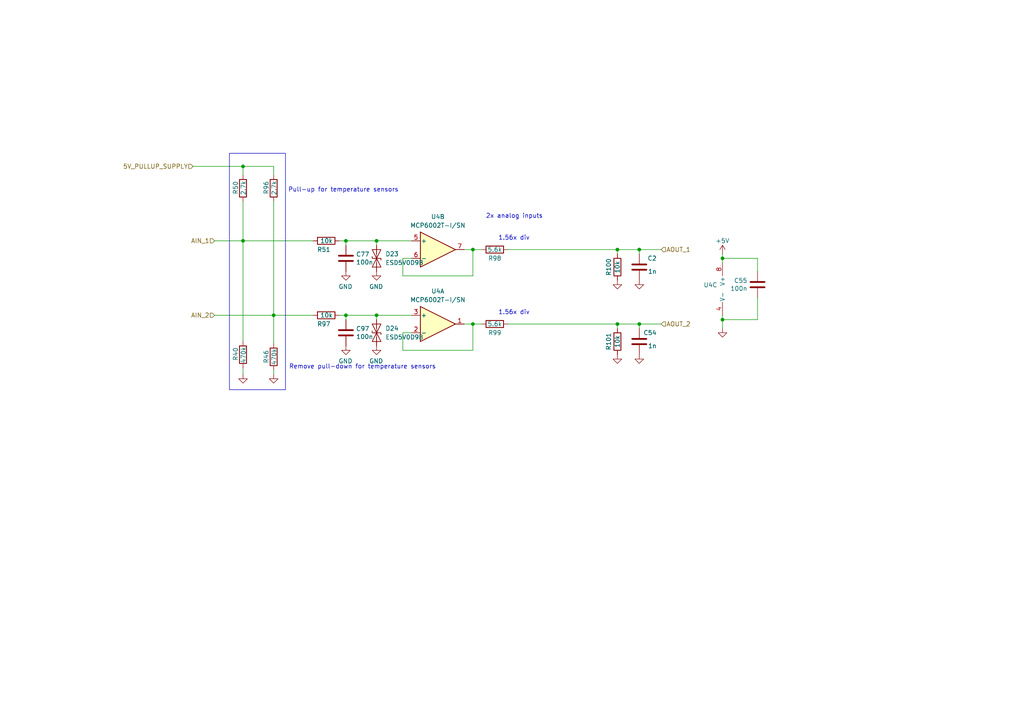
<source format=kicad_sch>
(kicad_sch (version 20230121) (generator eeschema)
  (paper "A4")
  (lib_symbols
    (symbol "+5V_1" (power) (pin_numbers hide) (pin_names (offset 0) hide)
      (property "Value" "+5V_1" (at 0 3.556 0))
      (symbol "+5V_1_0_1"
        (polyline (pts (xy -0.762 1.27) (xy 0 2.54)))
        (polyline (pts (xy 0 0) (xy 0 2.54)))
        (polyline (pts (xy 0 2.54) (xy 0.762 1.27)))
      )
      (symbol "+5V_1_1_1"
        (pin power_in line (at 0 0 90) (length 0) hide (name "+5V") (number "1"))
      )
    )
    (symbol "Amplifier_Operational:MCP6002-xSN" (pin_names (offset 0.127))
      (property "Reference" "U" (at 0 5.08 0))
      (property "Value" "MCP6002-xSN" (at 0 -5.08 0))
      (symbol "MCP6002-xSN_1_1"
        (polyline (pts (xy -5.08 5.08) (xy 5.08 0) (xy -5.08 -5.08) (xy -5.08 5.08)) (stroke (width 0.254)) (fill (type background)))
        (pin output line (at 7.62 0 180) (length 2.54) (name "~") (number "1"))
        (pin input line (at -7.62 -2.54 0) (length 2.54) (name "-") (number "2"))
        (pin input line (at -7.62 2.54 0) (length 2.54) (name "+") (number "3"))
      )
      (symbol "MCP6002-xSN_2_1"
        (polyline (pts (xy -5.08 5.08) (xy 5.08 0) (xy -5.08 -5.08) (xy -5.08 5.08)) (stroke (width 0.254)) (fill (type background)))
        (pin input line (at -7.62 2.54 0) (length 2.54) (name "+") (number "5"))
        (pin input line (at -7.62 -2.54 0) (length 2.54) (name "-") (number "6"))
        (pin output line (at 7.62 0 180) (length 2.54) (name "~") (number "7"))
      )
      (symbol "MCP6002-xSN_3_1"
        (pin power_in line (at -2.54 -7.62 90) (length 3.81) (name "V-") (number "4"))
        (pin power_in line (at -2.54 7.62 270) (length 3.81) (name "V+") (number "8"))
      )
    )
    (symbol "Device:C" (pin_numbers hide) (pin_names (offset 0.254))
      (property "Reference" "C" (at 0.635 2.54 0))
      (property "Value" "C" (at 0.635 -2.54 0))
      (symbol "C_0_1"
        (polyline (pts (xy -2.032 -0.762) (xy 2.032 -0.762)) (stroke (width 0.508)))
        (polyline (pts (xy -2.032 0.762) (xy 2.032 0.762)) (stroke (width 0.508)))
      )
      (symbol "C_1_1"
        (pin passive line (at 0 3.81 270) (length 2.794) (name "~") (number "1"))
        (pin passive line (at 0 -3.81 90) (length 2.794) (name "~") (number "2"))
      )
    )
    (symbol "Device:R" (pin_numbers hide) (pin_names (offset 0))
      (property "Reference" "R" (at 2.032 0 90))
      (property "Value" "R" (at 0 0 90))
      (symbol "R_0_1"
        (rectangle (start -1.016 -2.54) (end 1.016 2.54) (stroke (width 0.254)))
      )
      (symbol "R_1_1"
        (pin passive line (at 0 3.81 270) (length 1.27) (name "~") (number "1"))
        (pin passive line (at 0 -3.81 90) (length 1.27) (name "~") (number "2"))
      )
    )
    (symbol "Diode:ESD9B5.0ST5G" (pin_numbers hide) (pin_names (offset 1.016) hide)
      (property "Reference" "D" (at 0 2.54 0))
      (property "Value" "ESD9B5.0ST5G" (at 0 -2.54 0))
      (symbol "ESD9B5.0ST5G_0_1"
        (polyline (pts (xy 1.27 0) (xy -1.27 0)))
        (polyline (pts (xy -2.54 -1.27) (xy 0 0) (xy -2.54 1.27) (xy -2.54 -1.27)) (stroke (width 0.2032)))
        (polyline (pts (xy 0.508 1.27) (xy 0 1.27) (xy 0 -1.27) (xy -0.508 -1.27)) (stroke (width 0.2032)))
        (polyline (pts (xy 2.54 1.27) (xy 2.54 -1.27) (xy 0 0) (xy 2.54 1.27)) (stroke (width 0.2032)))
      )
      (symbol "ESD9B5.0ST5G_1_1"
        (pin passive line (at -3.81 0 0) (length 2.54) (name "A1") (number "1"))
        (pin passive line (at 3.81 0 180) (length 2.54) (name "A2") (number "2"))
      )
    )
    (symbol "GND_1" (power) (pin_numbers hide) (pin_names (offset 0) hide)
      (property "Value" "GND_1" (at 0 -3.81 0))
      (symbol "GND_1_0_1"
        (polyline (pts (xy 0 0) (xy 0 -1.27) (xy 1.27 -1.27) (xy 0 -2.54) (xy -1.27 -1.27) (xy 0 -1.27)))
      )
      (symbol "GND_1_1_1"
        (pin power_in line (at 0 0 270) (length 0) hide (name "GND") (number "1"))
      )
    )
    (symbol "GND_11" (power) (pin_numbers hide) (pin_names (offset 0) hide)
      (property "Value" "GND_11" (at 0 -3.81 0))
      (symbol "GND_11_0_1"
        (polyline (pts (xy 0 0) (xy 0 -1.27) (xy 1.27 -1.27) (xy 0 -2.54) (xy -1.27 -1.27) (xy 0 -1.27)))
      )
      (symbol "GND_11_1_1"
        (pin power_in line (at 0 0 270) (length 0) hide (name "GND") (number "1"))
      )
    )
    (symbol "GND_12" (power) (pin_numbers hide) (pin_names (offset 0) hide)
      (property "Value" "GND_12" (at 0 -3.81 0))
      (symbol "GND_12_0_1"
        (polyline (pts (xy 0 0) (xy 0 -1.27) (xy 1.27 -1.27) (xy 0 -2.54) (xy -1.27 -1.27) (xy 0 -1.27)))
      )
      (symbol "GND_12_1_1"
        (pin power_in line (at 0 0 270) (length 0) hide (name "GND") (number "1"))
      )
    )
    (symbol "GND_15" (power) (pin_numbers hide) (pin_names (offset 0) hide)
      (property "Value" "GND_15" (at 0 -3.81 0))
      (symbol "GND_15_0_1"
        (polyline (pts (xy 0 0) (xy 0 -1.27) (xy 1.27 -1.27) (xy 0 -2.54) (xy -1.27 -1.27) (xy 0 -1.27)))
      )
      (symbol "GND_15_1_1"
        (pin power_in line (at 0 0 270) (length 0) hide (name "GND") (number "1"))
      )
    )
    (symbol "GND_19" (power) (pin_numbers hide) (pin_names (offset 0) hide)
      (property "Value" "GND_19" (at 0 -3.81 0))
      (symbol "GND_19_0_1"
        (polyline (pts (xy 0 0) (xy 0 -1.27) (xy 1.27 -1.27) (xy 0 -2.54) (xy -1.27 -1.27) (xy 0 -1.27)))
      )
      (symbol "GND_19_1_1"
        (pin power_in line (at 0 0 270) (length 0) hide (name "GND") (number "1"))
      )
    )
    (symbol "GND_20" (power) (pin_numbers hide) (pin_names (offset 0) hide)
      (property "Value" "GND_20" (at 0 -3.81 0))
      (symbol "GND_20_0_1"
        (polyline (pts (xy 0 0) (xy 0 -1.27) (xy 1.27 -1.27) (xy 0 -2.54) (xy -1.27 -1.27) (xy 0 -1.27)))
      )
      (symbol "GND_20_1_1"
        (pin power_in line (at 0 0 270) (length 0) hide (name "GND") (number "1"))
      )
    )
    (symbol "GND_7" (power) (pin_numbers hide) (pin_names (offset 0) hide)
      (property "Value" "GND_7" (at 0 -3.81 0))
      (symbol "GND_7_0_1"
        (polyline (pts (xy 0 0) (xy 0 -1.27) (xy 1.27 -1.27) (xy 0 -2.54) (xy -1.27 -1.27) (xy 0 -1.27)))
      )
      (symbol "GND_7_1_1"
        (pin power_in line (at 0 0 270) (length 0) hide (name "GND") (number "1"))
      )
    )
  )
  (junction (at 209.55 92.71))
  (junction (at 209.55 74.93))
  (junction (at 185.42 93.98))
  (junction (at 185.42 72.39))
  (junction (at 137.16 72.39))
  (junction (at 100.33 91.44))
  (junction (at 179.07 72.39))
  (junction (at 179.07 93.98))
  (junction (at 109.22 69.85))
  (junction (at 70.485 48.26))
  (junction (at 100.33 69.85))
  (junction (at 109.22 91.44))
  (junction (at 79.375 91.44))
  (junction (at 137.16 93.98))
  (junction (at 70.485 69.85))
  (wire (pts (xy 179.07 93.98) (xy 185.42 93.98)))
  (wire (pts (xy 62.23 91.44) (xy 79.375 91.44)))
  (wire (pts (xy 219.71 92.71) (xy 219.71 86.36)))
  (wire (pts (xy 185.42 93.98) (xy 191.77 93.98)))
  (wire (pts (xy 109.22 91.44) (xy 119.38 91.44)))
  (wire (pts (xy 179.07 72.39) (xy 179.07 73.66)))
  (wire (pts (xy 109.22 69.85) (xy 119.38 69.85)))
  (wire (pts (xy 79.375 91.44) (xy 90.805 91.44)))
  (wire (pts (xy 209.55 74.93) (xy 209.55 76.2)))
  (wire (pts (xy 100.33 69.85) (xy 109.22 69.85)))
  (wire (pts (xy 79.375 48.26) (xy 70.485 48.26)))
  (wire (pts (xy 109.22 91.44) (xy 109.22 92.71)))
  (wire (pts (xy 209.55 74.93) (xy 219.71 74.93)))
  (wire (pts (xy 209.55 73.66) (xy 209.55 74.93)))
  (wire (pts (xy 70.485 58.42) (xy 70.485 69.85)))
  (wire (pts (xy 79.375 50.8) (xy 79.375 48.26)))
  (wire (pts (xy 98.425 91.44) (xy 100.33 91.44)))
  (wire (pts (xy 116.84 101.6) (xy 137.16 101.6)))
  (wire (pts (xy 209.55 92.71) (xy 209.55 91.44)))
  (wire (pts (xy 209.55 92.71) (xy 219.71 92.71)))
  (wire (pts (xy 98.425 69.85) (xy 100.33 69.85)))
  (wire (pts (xy 116.84 96.52) (xy 116.84 101.6)))
  (wire (pts (xy 179.07 93.98) (xy 179.07 95.25)))
  (wire (pts (xy 79.375 58.42) (xy 79.375 91.44)))
  (wire (pts (xy 109.22 69.85) (xy 109.22 71.12)))
  (wire (pts (xy 79.375 91.44) (xy 79.375 99.695)))
  (wire (pts (xy 185.42 93.98) (xy 185.42 95.25)))
  (wire (pts (xy 56.007 48.26) (xy 70.485 48.26)))
  (wire (pts (xy 137.16 93.98) (xy 139.7 93.98)))
  (wire (pts (xy 70.485 106.68) (xy 70.485 108.585)))
  (wire (pts (xy 147.32 72.39) (xy 179.07 72.39)))
  (wire (pts (xy 70.485 69.85) (xy 90.805 69.85)))
  (wire (pts (xy 62.23 69.85) (xy 70.485 69.85)))
  (wire (pts (xy 116.84 80.01) (xy 137.16 80.01)))
  (wire (pts (xy 137.16 93.98) (xy 134.62 93.98)))
  (wire (pts (xy 119.38 74.93) (xy 116.84 74.93)))
  (wire (pts (xy 147.32 93.98) (xy 179.07 93.98)))
  (wire (pts (xy 119.38 96.52) (xy 116.84 96.52)))
  (wire (pts (xy 137.16 80.01) (xy 137.16 72.39)))
  (wire (pts (xy 219.71 74.93) (xy 219.71 78.74)))
  (wire (pts (xy 100.33 91.44) (xy 100.33 92.71)))
  (wire (pts (xy 70.485 50.8) (xy 70.485 48.26)))
  (wire (pts (xy 137.16 101.6) (xy 137.16 93.98)))
  (wire (pts (xy 79.375 107.315) (xy 79.375 108.585)))
  (wire (pts (xy 179.07 72.39) (xy 185.42 72.39)))
  (wire (pts (xy 116.84 74.93) (xy 116.84 80.01)))
  (wire (pts (xy 209.55 95.25) (xy 209.55 92.71)))
  (wire (pts (xy 100.33 91.44) (xy 109.22 91.44)))
  (wire (pts (xy 137.16 72.39) (xy 139.7 72.39)))
  (wire (pts (xy 100.33 69.85) (xy 100.33 71.12)))
  (wire (pts (xy 137.16 72.39) (xy 134.62 72.39)))
  (wire (pts (xy 70.485 69.85) (xy 70.485 99.06)))
  (wire (pts (xy 185.42 72.39) (xy 185.42 73.66)))
  (wire (pts (xy 185.42 72.39) (xy 191.77 72.39)))
  (rectangle (start 66.548 44.45) (end 82.804 113.03))
  (text "Remove pull-down for temperature sensors" (at 83.82 107.188 0) (effects (font (size 1.27 1.27)) (justify left bottom)))
  (text "2x analog inputs" (at 157.48 63.5 0) (effects (font (size 1.27 1.27)) (justify right bottom)))
  (text "1.56x div" (at 153.67 91.44 0) (effects (font (size 1.27 1.27)) (justify right bottom)))
  (text "Pull-up for temperature sensors" (at 83.566 55.88 0) (effects (font (size 1.27 1.27)) (justify left bottom)))
  (text "1.56x div" (at 153.67 69.85 0) (effects (font (size 1.27 1.27)) (justify right bottom)))
  (hierarchical_label "AIN_1" (shape input) (at 62.23 69.85 180))
  (hierarchical_label "AOUT_1" (shape input) (at 191.77 72.39 0))
  (hierarchical_label "AOUT_2" (shape input) (at 191.77 93.98 0))
  (hierarchical_label "5V_PULLUP_SUPPLY" (shape input) (at 56.007 48.26 180))
  (hierarchical_label "AIN_2" (shape input) (at 62.23 91.44 180))
  (symbol (lib_id "Device:R") (at 94.615 91.44 90) (mirror x) (unit 1)
    (property "Reference" "R97" (at 95.885 93.98 90) (effects (justify left)))
    (property "Value" "10k" (at 96.52 91.44 90) (effects (justify left)))
    (property "Footprint" "Resistor_SMD:R_0402_1005Metric" (effects hide))
    (property "LCSC" "C25744" (effects hide))
    (instances (project "lambda-x2" (path "" (reference "R97") (unit 1)) (path "" (reference "R128") (unit 1))))
  )
  (symbol (lib_id "Diode:ESD9B5.0ST5G") (at 109.22 96.52 270) (unit 1)
    (property "Reference" "D24" (at 111.76 95.2499 90) (effects (justify left)))
    (property "Value" "ESD5V0D9B" (at 111.76 97.7899 90) (effects (justify left)))
    (property "Footprint" "Diode_SMD:D_SOD-923" (effects hide))
    (property "LCSC" "C484329" (effects hide))
    (instances (project "lambda-x2" (path "" (reference "D24") (unit 1)) (path "" (reference "D33") (unit 1))))
  )
  (symbol (lib_id "Device:C") (at 100.33 74.93 0) (unit 1)
    (property "Reference" "C77" (at 103.251 73.7616 0) (effects (justify left)))
    (property "Value" "100n" (at 103.251 76.073 0) (effects (justify left)))
    (property "Footprint" "Capacitor_SMD:C_0402_1005Metric" (effects hide))
    (property "LCSC" "C1525" (effects hide))
    (property "LCSC_ext" "0" (effects hide))
    (instances (project "lambda-x2" (path "" (reference "C77") (unit 1)) (path "" (reference "C94") (unit 1))))
  )
  (symbol (lib_name "GND_1") (lib_id "power:GND") (at 100.33 78.74 0) (mirror y) (unit 1)
    (property "Reference" "#PWR0100" (effects hide))
    (property "Value" "~" (at 100.203 83.1342 0))
    (instances (project "lambda-x2" (path "" (reference "#PWR0100") (unit 1)) (path "" (reference "#PWR0102") (unit 1))))
  )
  (symbol (lib_name "GND_12") (lib_id "power:GND") (at 179.07 102.87 0) (mirror y) (unit 1)
    (property "Reference" "#PWR091" (effects hide))
    (property "Value" "GND" (effects hide))
    (instances (project "lambda-x2" (path "" (reference "#PWR091") (unit 1)) (path "" (reference "#PWR0186") (unit 1))))
  )
  (symbol (lib_id "Device:R") (at 179.07 99.06 0) (mirror x) (unit 1)
    (property "Reference" "R101" (at 176.53 99.06 90))
    (property "Value" "10k" (at 179.07 99.06 90))
    (property "Footprint" "Resistor_SMD:R_0402_1005Metric" (effects hide))
    (property "LCSC" "C25744" (effects hide))
    (instances (project "lambda-x2" (path "" (reference "R101") (unit 1)) (path "" (reference "R131") (unit 1))))
  )
  (symbol (lib_name "GND_19") (lib_id "power:GND") (at 70.485 108.585 0) (mirror y) (unit 1)
    (property "Reference" "#PWR07" (effects hide))
    (property "Value" "GND" (effects hide))
    (instances (project "lambda-x2" (path "" (reference "#PWR07") (unit 1)) (path "" (reference "#PWR0190") (unit 1))))
  )
  (symbol (lib_id "Device:R") (at 143.51 93.98 270) (mirror x) (unit 1)
    (property "Reference" "R99" (at 143.51 96.52 90))
    (property "Value" "5.6k" (at 143.51 93.98 90))
    (property "Footprint" "Resistor_SMD:R_0402_1005Metric" (effects hide))
    (property "LCSC" "C25908" (effects hide))
    (instances (project "lambda-x2" (path "" (reference "R99") (unit 1)) (path "" (reference "R129") (unit 1))))
  )
  (symbol (lib_id "Amplifier_Operational:MCP6002-xSN") (at 127 93.98 0) (unit 1)
    (property "Reference" "U4" (at 127 84.455 0))
    (property "Value" "MCP6002T-I/SN" (at 127 86.9696 0))
    (property "Footprint" "Package_SO:SOIC-8_3.9x4.9mm_P1.27mm" (effects hide))
    (property "Datasheet" "http://ww1.microchip.com/downloads/en/DeviceDoc/21733j.pdf" (effects hide))
    (property "LCSC" "C7377" (effects hide))
    (instances (project "lambda-x2" (path "" (reference "U4") (unit 1)) (path "" (reference "U5") (unit 1))))
  )
  (symbol (lib_name "GND_1") (lib_id "power:GND") (at 100.33 100.33 0) (mirror y) (unit 1)
    (property "Reference" "#PWR0115" (effects hide))
    (property "Value" "~" (at 100.203 104.7242 0))
    (instances (project "lambda-x2" (path "" (reference "#PWR0115") (unit 1)) (path "" (reference "#PWR0192") (unit 1))))
  )
  (symbol (lib_id "Device:R") (at 79.375 103.505 0) (unit 1)
    (property "Reference" "R46" (at 77.216 105.41 90) (effects (justify left)))
    (property "Value" "470k" (at 79.502 105.918 90) (effects (justify left)))
    (property "Footprint" "Resistor_SMD:R_0402_1005Metric" (effects hide))
    (property "LCSC" "C25790" (effects hide))
    (property "LCSC_ext" "0" (effects hide))
    (instances (project "lambda-x2" (path "" (reference "R46") (unit 1)) (path "" (reference "R130") (unit 1))))
  )
  (symbol (lib_id "Device:R") (at 179.07 77.47 0) (mirror x) (unit 1)
    (property "Reference" "R100" (at 176.53 77.47 90))
    (property "Value" "10k" (at 179.07 77.47 90))
    (property "Footprint" "Resistor_SMD:R_0402_1005Metric" (effects hide))
    (property "LCSC" "C25744" (effects hide))
    (instances (project "lambda-x2" (path "" (reference "R100") (unit 1)) (path "" (reference "R126") (unit 1))))
  )
  (symbol (lib_name "GND_1") (lib_id "power:GND") (at 109.22 100.33 0) (mirror y) (unit 1)
    (property "Reference" "#PWR089" (effects hide))
    (property "Value" "~" (at 109.093 104.7242 0))
    (instances (project "lambda-x2" (path "" (reference "#PWR089") (unit 1)) (path "" (reference "#PWR0167") (unit 1))))
  )
  (symbol (lib_id "Device:C") (at 100.33 96.52 0) (unit 1)
    (property "Reference" "C97" (at 103.251 95.3516 0) (effects (justify left)))
    (property "Value" "100n" (at 103.251 97.663 0) (effects (justify left)))
    (property "Footprint" "Capacitor_SMD:C_0402_1005Metric" (effects hide))
    (property "LCSC" "C1525" (effects hide))
    (property "LCSC_ext" "0" (effects hide))
    (instances (project "lambda-x2" (path "" (reference "C97") (unit 1)) (path "" (reference "C98") (unit 1))))
  )
  (symbol (lib_name "GND_7") (lib_id "power:GND") (at 185.42 102.87 0) (unit 1)
    (property "Reference" "#PWR093" (effects hide))
    (property "Value" "GND" (effects hide))
    (instances (project "lambda-x2" (path "" (reference "#PWR093") (unit 1)) (path "" (reference "#PWR0185") (unit 1))))
  )
  (symbol (lib_id "Device:R") (at 70.485 54.61 0) (unit 1)
    (property "Reference" "R50" (at 68.326 56.388 90) (effects (justify left)))
    (property "Value" "2.7k" (at 70.612 56.642 90) (effects (justify left)))
    (property "Footprint" "Resistor_SMD:R_0603_1608Metric" (effects hide))
    (property "LCSC" "C13167" (effects hide))
    (property "LCSC_ext" "0" (effects hide))
    (instances (project "lambda-x2" (path "" (reference "R50") (unit 1)) (path "" (reference "R112") (unit 1))))
  )
  (symbol (lib_name "GND_1") (lib_id "power:GND") (at 109.22 78.74 0) (mirror y) (unit 1)
    (property "Reference" "#PWR087" (effects hide))
    (property "Value" "~" (at 109.093 83.1342 0))
    (instances (project "lambda-x2" (path "" (reference "#PWR087") (unit 1)) (path "" (reference "#PWR0116") (unit 1))))
  )
  (symbol (lib_id "Amplifier_Operational:MCP6002-xSN") (at 127 72.39 0) (unit 2)
    (property "Reference" "U4" (at 127 62.865 0))
    (property "Value" "MCP6002T-I/SN" (at 127 65.3796 0))
    (property "Footprint" "Package_SO:SOIC-8_3.9x4.9mm_P1.27mm" (effects hide))
    (property "Datasheet" "http://ww1.microchip.com/downloads/en/DeviceDoc/21733j.pdf" (effects hide))
    (property "LCSC" "C7377" (effects hide))
    (instances (project "lambda-x2" (path "" (reference "U4") (unit 2)) (path "" (reference "U5") (unit 2))))
  )
  (symbol (lib_id "Device:C") (at 219.71 82.55 0) (mirror y) (unit 1)
    (property "Reference" "C55" (at 216.789 81.3816 0) (effects (justify left)))
    (property "Value" "100n" (at 216.789 83.693 0) (effects (justify left)))
    (property "Footprint" "Capacitor_SMD:C_0402_1005Metric" (effects hide))
    (property "LCSC" "C1525" (effects hide))
    (instances (project "lambda-x2" (path "" (reference "C55") (unit 1)) (path "" (reference "C70") (unit 1))))
  )
  (symbol (lib_id "Device:R") (at 70.485 102.87 0) (unit 1)
    (property "Reference" "R40" (at 68.326 104.648 90) (effects (justify left)))
    (property "Value" "470k" (at 70.612 105.41 90) (effects (justify left)))
    (property "Footprint" "Resistor_SMD:R_0402_1005Metric" (effects hide))
    (property "LCSC" "C25790" (effects hide))
    (property "LCSC_ext" "0" (effects hide))
    (instances (project "lambda-x2" (path "" (reference "R40") (unit 1)) (path "" (reference "R125") (unit 1))))
  )
  (symbol (lib_name "GND_7") (lib_id "power:GND") (at 185.42 81.28 0) (unit 1)
    (property "Reference" "#PWR092" (effects hide))
    (property "Value" "GND" (effects hide))
    (instances (project "lambda-x2" (path "" (reference "#PWR092") (unit 1)) (path "" (reference "#PWR0168") (unit 1))))
  )
  (symbol (lib_id "Amplifier_Operational:MCP6002-xSN") (at 207.01 83.82 0) (mirror y) (unit 3)
    (property "Reference" "U4" (at 208.0768 82.6516 0) (effects (justify left)))
    (property "Value" "MCP6002T-I/SN" (effects hide))
    (property "Footprint" "Package_SO:SOIC-8_3.9x4.9mm_P1.27mm" (effects hide))
    (property "Datasheet" "http://ww1.microchip.com/downloads/en/DeviceDoc/21733j.pdf" (effects hide))
    (property "LCSC" "C7377" (effects hide))
    (instances (project "lambda-x2" (path "" (reference "U4") (unit 3)) (path "" (reference "U5") (unit 3))))
  )
  (symbol (lib_id "Device:R") (at 94.615 69.85 90) (mirror x) (unit 1)
    (property "Reference" "R51" (at 95.885 72.39 90) (effects (justify left)))
    (property "Value" "10k" (at 96.52 69.85 90) (effects (justify left)))
    (property "Footprint" "Resistor_SMD:R_0402_1005Metric" (effects hide))
    (property "LCSC" "C25744" (effects hide))
    (instances (project "lambda-x2" (path "" (reference "R51") (unit 1)) (path "" (reference "R123") (unit 1))))
  )
  (symbol (lib_name "GND_20") (lib_id "power:GND") (at 79.375 108.585 0) (mirror y) (unit 1)
    (property "Reference" "#PWR015" (effects hide))
    (property "Value" "GND" (effects hide))
    (instances (project "lambda-x2" (path "" (reference "#PWR015") (unit 1)) (path "" (reference "#PWR0191") (unit 1))))
  )
  (symbol (lib_name "GND_15") (lib_id "power:GND") (at 209.55 95.25 0) (mirror y) (unit 1)
    (property "Reference" "#PWR095" (effects hide))
    (property "Value" "GND" (effects hide))
    (instances (project "lambda-x2" (path "" (reference "#PWR095") (unit 1)) (path "" (reference "#PWR0171") (unit 1))))
  )
  (symbol (lib_name "+5V_1") (lib_id "power:+5V") (at 209.55 73.66 0) (mirror y) (unit 1)
    (property "Reference" "#PWR094" (effects hide))
    (property "Value" "+5V" (at 209.55 69.85 0))
    (instances (project "lambda-x2" (path "" (reference "#PWR094") (unit 1)) (path "" (reference "#PWR0170") (unit 1))))
  )
  (symbol (lib_name "GND_11") (lib_id "power:GND") (at 179.07 81.28 0) (mirror y) (unit 1)
    (property "Reference" "#PWR090" (effects hide))
    (property "Value" "GND" (effects hide))
    (instances (project "lambda-x2" (path "" (reference "#PWR090") (unit 1)) (path "" (reference "#PWR0184") (unit 1))))
  )
  (symbol (lib_id "Device:R") (at 79.375 54.61 0) (unit 1)
    (property "Reference" "R96" (at 77.216 56.388 90) (effects (justify left)))
    (property "Value" "2.7k" (at 79.502 56.642 90) (effects (justify left)))
    (property "Footprint" "Resistor_SMD:R_0603_1608Metric" (effects hide))
    (property "LCSC" "C13167" (effects hide))
    (property "LCSC_ext" "0" (effects hide))
    (instances (project "lambda-x2" (path "" (reference "R96") (unit 1)) (path "" (reference "R127") (unit 1))))
  )
  (symbol (lib_id "Diode:ESD9B5.0ST5G") (at 109.22 74.93 270) (unit 1)
    (property "Reference" "D23" (at 111.76 73.6599 90) (effects (justify left)))
    (property "Value" "ESD5V0D9B" (at 111.76 76.1999 90) (effects (justify left)))
    (property "Footprint" "Diode_SMD:D_SOD-923" (effects hide))
    (property "LCSC" "C484329" (effects hide))
    (instances (project "lambda-x2" (path "" (reference "D23") (unit 1)) (path "" (reference "D32") (unit 1))))
  )
  (symbol (lib_id "Device:R") (at 143.51 72.39 270) (mirror x) (unit 1)
    (property "Reference" "R98" (at 143.51 74.93 90))
    (property "Value" "5.6k" (at 143.51 72.39 90))
    (property "Footprint" "Resistor_SMD:R_0402_1005Metric" (effects hide))
    (property "LCSC" "C25908" (effects hide))
    (instances (project "lambda-x2" (path "" (reference "R98") (unit 1)) (path "" (reference "R124") (unit 1))))
  )
  (symbol (lib_id "Device:C") (at 185.42 99.06 0) (mirror y) (unit 1)
    (property "Reference" "C54" (at 190.5 96.52 0) (effects (justify left)))
    (property "Value" "1n" (at 190.5 100.33 0) (effects (justify left)))
    (property "Footprint" "Capacitor_SMD:C_0402_1005Metric" (effects hide))
    (property "LCSC" "C1523" (effects hide))
    (instances (project "lambda-x2" (path "" (reference "C54") (unit 1)) (path "" (reference "C71") (unit 1))))
  )
  (symbol (lib_id "Device:C") (at 185.42 77.47 0) (mirror y) (unit 1)
    (property "Reference" "C2" (at 190.5 74.93 0) (effects (justify left)))
    (property "Value" "1n" (at 190.5 78.74 0) (effects (justify left)))
    (property "Footprint" "Capacitor_SMD:C_0402_1005Metric" (effects hide))
    (property "LCSC" "C1523" (effects hide))
    (instances (project "lambda-x2" (path "" (reference "C2") (unit 1)) (path "" (reference "C57") (unit 1))))
  )
)
</source>
